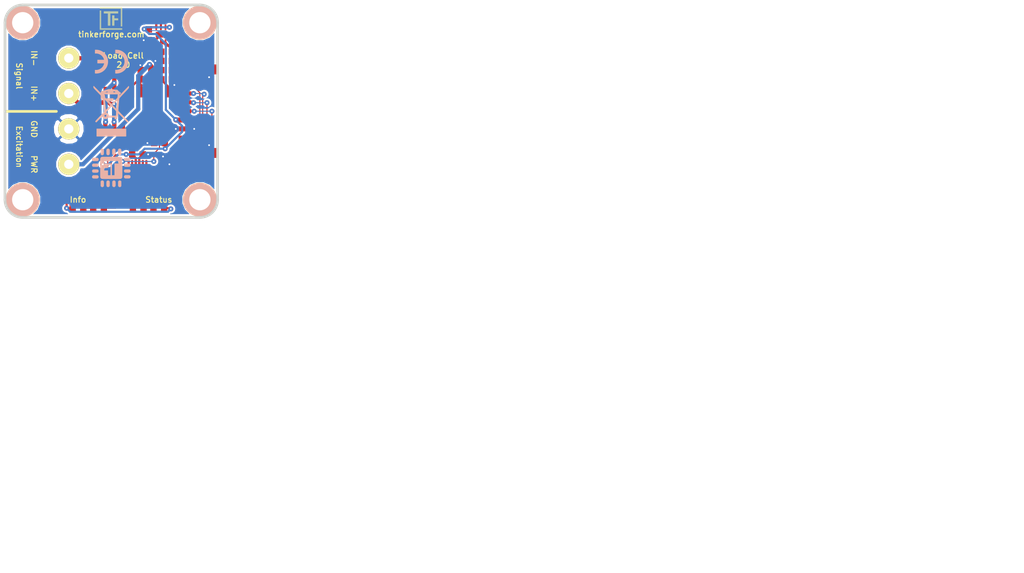
<source format=kicad_pcb>
(kicad_pcb (version 20221018) (generator pcbnew)
  (title_block (title "Load Cell Bricklet") (date "2018-01-11") (rev "2.0") (company "Tinkerforge GmbH") (comment 1 "Licensed under CERN OHL v.1.1") (comment 2 "Copyright (©) 2018, B.Nordmeyer <bastian@tinkerforge.com>"))
  (layers (0 "F.Cu" signal "Vorderseite") (31 "B.Cu" signal "Rückseite") (34 "B.Paste" user) (35 "F.Paste" user) (36 "B.SilkS" user "B.Silkscreen") (37 "F.SilkS" user "F.Silkscreen") (38 "B.Mask" user) (39 "F.Mask" user) (44 "Edge.Cuts" user))
  (net 0 "")
  (net 1 "AGND")
  (net 2 "3V3")
  (net 3 "Net-(P1-Pad6)")
  (net 4 "+5V")
  (net 5 "+5VA")
  (net 6 "Net-(P2-Pad2)")
  (net 7 "Net-(C1-Pad1)")
  (net 8 "Net-(D1-Pad2)")
  (net 9 "Net-(D2-Pad2)")
  (net 10 "Net-(L1-Pad2)")
  (net 11 "Net-(P1-Pad4)")
  (net 12 "Net-(P1-Pad5)")
  (net 13 "Net-(P3-Pad1)")
  (net 14 "Net-(P4-Pad1)")
  (net 15 "Net-(P4-Pad2)")
  (net 16 "Net-(R1-Pad1)")
  (net 17 "Net-(R2-Pad1)")
  (net 18 "S-MISO")
  (net 19 "S-MOSI")
  (net 20 "S-CLK")
  (net 21 "S-CS")
  (net 22 "PD_SCK")
  (net 23 "DOUT")
  (net 24 "RATE")
  (net 25 "Net-(RP2-Pad1)")
  (net 26 "Net-(RP2-Pad4)")
  (net 27 "Net-(P1-Pad1)")
  (net 28 "Net-(RP2-Pad2)")
  (net 29 "Net-(RP2-Pad3)")
  (net 30 "Net-(RP2-Pad6)")
  (net 31 "Net-(RP2-Pad7)")
  (net 32 "Net-(U1-Pad3)")
  (net 33 "Net-(U1-Pad5)")
  (net 34 "Net-(U1-Pad6)")
  (net 35 "Net-(U1-Pad7)")
  (net 36 "Net-(U1-Pad8)")
  (net 37 "Net-(U1-Pad11)")
  (net 38 "Net-(U1-Pad12)")
  (net 39 "Net-(U1-Pad13)")
  (net 40 "Net-(U1-Pad14)")
  (net 41 "Net-(U1-Pad15)")
  (net 42 "Net-(U1-Pad18)")
  (net 43 "Net-(U3-Pad2)")
  (net 44 "Net-(U3-Pad6)")
  (net 45 "Net-(U3-Pad13)")
  (footprint "kicad-libraries:Logo_31x31" (layer "F.Cu") (at 151.425 85.4)
    (fp_text reference "G***" hide)
    (fp_text value "Logo_31x31" hide)
  )
  (footprint "kicad-libraries:UMLP_22" (layer "F.Cu") (at 160.05 89.275 180)
    (fp_text reference "U2")
    (fp_text value "FAN4860")
    (pad "1" smd rect (at 0.65 -1.05 180) (size 0.25 0.8) (layers "F.Cu" "F.Paste" "F.Mask") (net 1 "AGND"))
    (pad "2" smd rect (at 0 -1.05 180) (size 0.25 0.8) (layers "F.Cu" "F.Paste" "F.Mask") (net 4 "+5V"))
    (pad "3" smd rect (at -0.65 -1.05 180) (size 0.25 0.8) (layers "F.Cu" "F.Paste" "F.Mask") (net 4 "+5V"))
    (pad "4" smd rect (at -0.65 1.05 180) (size 0.25 0.8) (layers "F.Cu" "F.Paste" "F.Mask") (net 2 "3V3"))
    (pad "5" smd rect (at 0 1.05 180) (size 0.25 0.8) (layers "F.Cu" "F.Paste" "F.Mask") (net 10 "Net-(L1-Pad2)"))
    (pad "6" smd rect (at 0.65 1.05 180) (size 0.25 0.8) (layers "F.Cu" "F.Paste" "F.Mask") (net 2 "3V3"))
    (pad "EP" smd rect (at 0 0 180) (size 1.45 0.8) (layers "F.Cu" "F.Paste" "F.Mask") (net 1 "AGND"))
  )
  (footprint "kicad-libraries:SOP16L" (layer "F.Cu") (at 156.65 100.075 180)
    (fp_text reference "U3")
    (fp_text value "HX711")
    (pad "1" smd rect (at -4.445 2.7 180) (size 0.5 1.5) (layers "F.Cu" "F.Paste" "F.Mask") (net 5 "+5VA") (clearance 0.14986))
    (pad "2" smd rect (at -3.175 2.7 180) (size 0.5 1.5) (layers "F.Cu" "F.Paste" "F.Mask") (net 43 "Net-(U3-Pad2)") (clearance 0.14986))
    (pad "3" smd rect (at -1.905 2.7 180) (size 0.5 1.5) (layers "F.Cu" "F.Paste" "F.Mask") (net 5 "+5VA") (clearance 0.14986))
    (pad "4" smd rect (at -0.635 2.7 180) (size 0.5 1.5) (layers "F.Cu" "F.Paste" "F.Mask") (net 1 "AGND") (clearance 0.14986))
    (pad "5" smd rect (at 0.635 2.7 180) (size 0.5 1.5) (layers "F.Cu" "F.Paste" "F.Mask") (net 1 "AGND") (clearance 0.14986))
    (pad "6" smd rect (at 1.905 2.7 180) (size 0.5 1.5) (layers "F.Cu" "F.Paste" "F.Mask") (net 44 "Net-(U3-Pad6)") (clearance 0.14986))
    (pad "7" smd rect (at 3.175 2.7 180) (size 0.5 1.5) (layers "F.Cu" "F.Paste" "F.Mask") (net 15 "Net-(P4-Pad2)"))
    (pad "8" smd rect (at 4.445 2.7 180) (size 0.5 1.5) (layers "F.Cu" "F.Paste" "F.Mask") (net 14 "Net-(P4-Pad1)"))
    (pad "9" smd rect (at 4.445 -2.7 180) (size 0.5 1.5) (layers "F.Cu" "F.Paste" "F.Mask") (net 15 "Net-(P4-Pad2)"))
    (pad "10" smd rect (at 3.175 -2.7 180) (size 0.5 1.5) (layers "F.Cu" "F.Paste" "F.Mask") (net 14 "Net-(P4-Pad1)"))
    (pad "11" smd rect (at 1.905 -2.7 180) (size 0.5 1.5) (layers "F.Cu" "F.Paste" "F.Mask") (net 26 "Net-(RP2-Pad4)"))
    (pad "12" smd rect (at 0.635 -2.7 180) (size 0.5 1.5) (layers "F.Cu" "F.Paste" "F.Mask") (net 25 "Net-(RP2-Pad1)"))
    (pad "13" smd rect (at -0.635 -2.7 180) (size 0.5 1.5) (layers "F.Cu" "F.Paste" "F.Mask") (net 45 "Net-(U3-Pad13)"))
    (pad "14" smd rect (at -1.905 -2.7 180) (size 0.5 1.5) (layers "F.Cu" "F.Paste" "F.Mask") (net 1 "AGND"))
    (pad "15" smd rect (at -3.175 -2.7 180) (size 0.5 1.5) (layers "F.Cu" "F.Paste" "F.Mask") (net 24 "RATE"))
    (pad "16" smd rect (at -4.445 -2.7 180) (size 0.5 1.5) (layers "F.Cu" "F.Paste" "F.Mask") (net 2 "3V3"))
  )
  (footprint "kicad-libraries:DRILL_NP" (layer "F.Cu") (at 165.55 112.575)
    (fp_text reference "U4" hide)
    (fp_text value "DRILL" hide)
    (pad "" np_thru_hole circle (at 0 0) (size 2.99974 2.99974) (drill 2.99974) (layers "*.Cu" "*.Mask" "F.SilkS") (clearance 0.89916))
  )
  (footprint "kicad-libraries:DRILL_NP" (layer "F.Cu") (at 140.55 112.575)
    (fp_text reference "U5" hide)
    (fp_text value "DRILL" hide)
    (pad "" np_thru_hole circle (at 0 0) (size 2.99974 2.99974) (drill 2.99974) (layers "*.Cu" "*.Mask" "F.SilkS") (clearance 0.89916))
  )
  (footprint "kicad-libraries:DRILL_NP" (layer "F.Cu") (at 140.55 87.575)
    (fp_text reference "U6" hide)
    (fp_text value "DRILL" hide)
    (pad "" np_thru_hole circle (at 0 0) (size 2.99974 2.99974) (drill 2.99974) (layers "*.Cu" "*.Mask" "F.SilkS") (clearance 0.89916))
  )
  (footprint "kicad-libraries:DRILL_NP" (layer "F.Cu") (at 165.55 87.575)
    (fp_text reference "U7" hide)
    (fp_text value "DRILL" hide)
    (pad "" np_thru_hole circle (at 0 0) (size 2.99974 2.99974) (drill 2.99974) (layers "*.Cu" "*.Mask" "F.SilkS") (clearance 0.89916))
  )
  (footprint "kicad-libraries:Fiducial_Mark" (layer "F.Cu") (at 145.55 86.575)
    (fp_text reference "Fiducial_Mark" hide)
    (fp_text value "VAL**" hide)
    (pad "1" smd circle (at 0 0) (size 1.00076 1.00076) (layers "F.Cu" "F.Paste" "F.Mask") (clearance 0.65024))
  )
  (footprint "kicad-libraries:Fiducial_Mark" (layer "F.Cu") (at 166.05 108.075)
    (fp_text reference "Fiducial_Mark" hide)
    (fp_text value "VAL**" hide)
    (pad "1" smd circle (at 0 0) (size 1.00076 1.00076) (layers "F.Cu" "F.Paste" "F.Mask") (clearance 0.65024))
  )
  (footprint "kicad-libraries:C0805" (layer "F.Cu") (at 159.75 86.675)
    (fp_text reference "L1")
    (fp_text value "1µH")
    (pad "1" smd rect (at -1.00076 0) (size 1.00076 1.24968) (layers "F.Cu" "F.Paste" "F.Mask") (net 2 "3V3") (clearance 0.14986))
    (pad "2" smd rect (at 1.00076 0) (size 1.00076 1.24968) (layers "F.Cu" "F.Paste" "F.Mask") (net 10 "Net-(L1-Pad2)") (clearance 0.14986))
  )
  (footprint "kicad-libraries:AKL_5_2" (layer "F.Cu") (at 147.05 95.075 90)
    (fp_text reference "P4")
    (fp_text value "AKL_5_2")
    (pad "1" thru_hole circle (at -2.49936 0 90) (size 2.99974 2.99974) (drill 1.30048) (layers "*.Cu" "*.Mask" "F.SilkS") (net 14 "Net-(P4-Pad1)"))
    (pad "2" thru_hole circle (at 2.49936 0 90) (size 2.99974 2.99974) (drill 1.30048) (layers "*.Cu" "*.Mask" "F.SilkS") (net 15 "Net-(P4-Pad2)"))
  )
  (footprint "kicad-libraries:AKL_5_2" (layer "F.Cu") (at 147.05 105.075 90)
    (fp_text reference "P5")
    (fp_text value "AKL_5_2")
    (pad "1" thru_hole circle (at -2.49936 0 90) (size 2.99974 2.99974) (drill 1.30048) (layers "*.Cu" "*.Mask" "F.SilkS") (net 5 "+5VA"))
    (pad "2" thru_hole circle (at 2.49936 0 90) (size 2.99974 2.99974) (drill 1.30048) (layers "*.Cu" "*.Mask" "F.SilkS") (net 1 "AGND"))
  )
  (footprint "kicad-libraries:4X0402" (layer "F.Cu") (at 163.25 107.975 180)
    (fp_text reference "RP1")
    (fp_text value "82")
    (pad "1" smd rect (at -0.7493 0.575) (size 0.29972 0.65) (layers "F.Cu" "F.Paste" "F.Mask") (net 11 "Net-(P1-Pad4)"))
    (pad "2" smd rect (at -0.24892 0.575) (size 0.29972 0.65) (layers "F.Cu" "F.Paste" "F.Mask") (net 12 "Net-(P1-Pad5)"))
    (pad "3" smd rect (at 0.24892 0.575) (size 0.29972 0.65) (layers "F.Cu" "F.Paste" "F.Mask") (net 3 "Net-(P1-Pad6)"))
    (pad "4" smd rect (at 0.7493 0.575) (size 0.29972 0.65) (layers "F.Cu" "F.Paste" "F.Mask") (net 7 "Net-(C1-Pad1)"))
    (pad "5" smd rect (at 0.7493 -0.575 180) (size 0.29972 0.65) (layers "F.Cu" "F.Paste" "F.Mask") (net 18 "S-MISO"))
    (pad "6" smd rect (at 0.24892 -0.575 180) (size 0.29972 0.65) (layers "F.Cu" "F.Paste" "F.Mask") (net 19 "S-MOSI"))
    (pad "7" smd rect (at -0.24892 -0.575 180) (size 0.29972 0.65) (layers "F.Cu" "F.Paste" "F.Mask") (net 20 "S-CLK"))
    (pad "8" smd rect (at -0.7493 -0.575 180) (size 0.29972 0.65) (layers "F.Cu" "F.Paste" "F.Mask") (net 21 "S-CS"))
  )
  (footprint "kicad-libraries:R0603F" (layer "F.Cu") (at 160.85 94.275)
    (fp_text reference "L2")
    (fp_text value "FB0603-2")
    (pad "1" smd rect (at -0.75 0) (size 0.9 0.9) (layers "F.Cu" "F.Paste" "F.Mask") (net 5 "+5VA"))
    (pad "2" smd rect (at 0.75 0) (size 0.9 0.9) (layers "F.Cu" "F.Paste" "F.Mask") (net 4 "+5V"))
  )
  (footprint "kicad-libraries:CON-SENSOR2" (layer "F.Cu") (at 168.05 100.075 90)
    (fp_text reference "P1")
    (fp_text value "CON-SENSOR")
    (pad "1" smd rect (at -3.75 -4.6 90) (size 0.6 1.8) (layers "F.Cu" "F.Paste" "F.Mask") (net 27 "Net-(P1-Pad1)"))
    (pad "2" smd rect (at -2.5 -4.6 90) (size 0.6 1.8) (layers "F.Cu" "F.Paste" "F.Mask") (net 1 "AGND"))
    (pad "3" smd rect (at -1.25 -4.6 90) (size 0.6 1.8) (layers "F.Cu" "F.Paste" "F.Mask") (net 2 "3V3"))
    (pad "4" smd rect (at 0 -4.6 90) (size 0.6 1.8) (layers "F.Cu" "F.Paste" "F.Mask") (net 11 "Net-(P1-Pad4)"))
    (pad "5" smd rect (at 1.25 -4.6 90) (size 0.6 1.8) (layers "F.Cu" "F.Paste" "F.Mask") (net 12 "Net-(P1-Pad5)"))
    (pad "6" smd rect (at 2.5 -4.6 90) (size 0.6 1.8) (layers "F.Cu" "F.Paste" "F.Mask") (net 3 "Net-(P1-Pad6)"))
    (pad "7" smd rect (at 3.75 -4.6 90) (size 0.6 1.8) (layers "F.Cu" "F.Paste" "F.Mask") (net 7 "Net-(C1-Pad1)"))
    (pad "EP" smd rect (at -5.9 -1.2 90) (size 1.4 2.4) (layers "F.Cu" "F.Paste" "F.Mask") (net 1 "AGND"))
    (pad "EP" smd rect (at 5.9 -1.2 90) (size 1.4 2.4) (layers "F.Cu" "F.Paste" "F.Mask") (net 1 "AGND"))
  )
  (footprint "kicad-libraries:SolderJumper" (layer "F.Cu") (at 160.75 108.675 180)
    (fp_text reference "P2")
    (fp_text value "Boot")
    (pad "1" smd rect (at -0.5 0 180) (size 0.4 1.4) (layers "F.Cu" "F.Mask") (net 1 "AGND"))
    (pad "1" smd rect (at -0.225 -0.55 180) (size 0.95 0.3) (layers "F.Cu" "F.Mask") (net 1 "AGND"))
    (pad "1" smd rect (at -0.225 0.55 180) (size 0.95 0.3) (layers "F.Cu" "F.Mask") (net 1 "AGND"))
    (pad "2" smd rect (at 0.15 0 180) (size 0.6 0.5) (layers "F.Cu" "F.Mask") (net 6 "Net-(P2-Pad2)"))
    (pad "2" smd rect (at 0.55 0 180) (size 0.3 1.4) (layers "F.Cu" "F.Mask") (net 6 "Net-(P2-Pad2)"))
  )
  (footprint "kicad-libraries:DEBUG_PAD" (layer "F.Cu") (at 160.45 110.075 90)
    (fp_text reference "P3")
    (fp_text value "Debug")
    (pad "1" smd circle (at 0 0 90) (size 0.7 0.7) (layers "F.Cu" "F.Paste" "F.Mask") (net 13 "Net-(P3-Pad1)"))
  )
  (footprint "kicad-libraries:QFN24-4x4mm-0.5mm" (layer "F.Cu") (at 156.75 109.475 180)
    (fp_text reference "U1")
    (fp_text value "XMC1100")
    (pad "1" smd oval (at -2.025 -1.25 180) (size 1 0.3) (layers "F.Cu" "F.Paste" "F.Mask") (net 18 "S-MISO"))
    (pad "2" smd oval (at -2.025 -0.75 180) (size 1 0.3) (layers "F.Cu" "F.Paste" "F.Mask") (net 13 "Net-(P3-Pad1)"))
    (pad "3" smd oval (at -2.025 -0.25 180) (size 1 0.3) (layers "F.Cu" "F.Paste" "F.Mask") (net 32 "Net-(U1-Pad3)"))
    (pad "4" smd oval (at -2.025 0.25 180) (size 1 0.3) (layers "F.Cu" "F.Paste" "F.Mask") (net 6 "Net-(P2-Pad2)"))
    (pad "5" smd oval (at -2.025 0.75 180) (size 1 0.3) (layers "F.Cu" "F.Paste" "F.Mask") (net 33 "Net-(U1-Pad5)"))
    (pad "6" smd oval (at -2.025 1.25 180) (size 1 0.3) (layers "F.Cu" "F.Paste" "F.Mask") (net 34 "Net-(U1-Pad6)"))
    (pad "7" smd oval (at -1.25 2.025 270) (size 1 0.3) (layers "F.Cu" "F.Paste" "F.Mask") (net 35 "Net-(U1-Pad7)"))
    (pad "8" smd oval (at -0.75 2.025 270) (size 1 0.3) (layers "F.Cu" "F.Paste" "F.Mask") (net 36 "Net-(U1-Pad8)"))
    (pad "9" smd oval (at -0.25 2.025 270) (size 1 0.3) (layers "F.Cu" "F.Paste" "F.Mask") (net 1 "AGND"))
    (pad "10" smd oval (at 0.25 2.025 270) (size 1 0.3) (layers "F.Cu" "F.Paste" "F.Mask") (net 2 "3V3"))
    (pad "11" smd oval (at 0.75 2.025 270) (size 1 0.3) (layers "F.Cu" "F.Paste" "F.Mask") (net 37 "Net-(U1-Pad11)"))
    (pad "12" smd oval (at 1.25 2.025 270) (size 1 0.3) (layers "F.Cu" "F.Paste" "F.Mask") (net 38 "Net-(U1-Pad12)"))
    (pad "13" smd oval (at 2.025 1.25 180) (size 1 0.3) (layers "F.Cu" "F.Paste" "F.Mask") (net 39 "Net-(U1-Pad13)"))
    (pad "14" smd oval (at 2.025 0.75 180) (size 1 0.3) (layers "F.Cu" "F.Paste" "F.Mask") (net 40 "Net-(U1-Pad14)"))
    (pad "15" smd oval (at 2.025 0.25 180) (size 1 0.3) (layers "F.Cu" "F.Paste" "F.Mask") (net 41 "Net-(U1-Pad15)"))
    (pad "16" smd oval (at 2.025 -0.25 180) (size 1 0.3) (layers "F.Cu" "F.Paste" "F.Mask") (net 24 "RATE"))
    (pad "17" smd oval (at 2.025 -0.75 180) (size 1 0.3) (layers "F.Cu" "F.Paste" "F.Mask") (net 23 "DOUT"))
    (pad "18" smd oval (at 2.025 -1.25 180) (size 1 0.3) (layers "F.Cu" "F.Paste" "F.Mask") (net 42 "Net-(U1-Pad18)"))
    (pad "19" smd oval (at 1.25 -2.025 270) (size 1 0.3) (layers "F.Cu" "F.Paste" "F.Mask") (net 22 "PD_SCK"))
    (pad "20" smd oval (at 0.75 -2.025 270) (size 1 0.3) (layers "F.Cu" "F.Paste" "F.Mask") (net 16 "Net-(R1-Pad1)"))
    (pad "21" smd oval (at 0.25 -2.025 270) (size 1 0.3) (layers "F.Cu" "F.Paste" "F.Mask") (net 17 "Net-(R2-Pad1)"))
    (pad "22" smd oval (at -0.25 -2.025 270) (size 1 0.3) (layers "F.Cu" "F.Paste" "F.Mask") (net 21 "S-CS"))
    (pad "23" smd oval (at -0.75 -2.025 270) (size 1 0.3) (layers "F.Cu" "F.Paste" "F.Mask") (net 20 "S-CLK"))
    (pad "24" smd oval (at -1.25 -2.025 270) (size 1 0.3) (layers "F.Cu" "F.Paste" "F.Mask") (net 19 "S-MOSI"))
    (pad "EXP" smd rect (at -0.65 -0.65 180) (size 1.3 1.3) (layers "F.Cu" "F.Paste" "F.Mask") (net 1 "AGND"))
    (pad "EXP" smd rect (at -0.65 0.65 180) (size 1.3 1.3) (layers "F.Cu" "F.Paste" "F.Mask") (net 1 "AGND"))
    (pad "EXP" smd rect (at 0.65 -0.65 180) (size 1.3 1.3) (layers "F.Cu" "F.Paste" "F.Mask") (net 1 "AGND"))
    (pad "EXP" smd rect (at 0.65 0.65 180) (size 1.3 1.3) (layers "F.Cu" "F.Paste" "F.Mask") (net 1 "AGND"))
  )
  (footprint "kicad-libraries:Fiducial_Mark" (layer "F.Cu") (at 145.15 113.375)
    (fp_text reference "Fiducial_Mark" hide)
    (fp_text value "VAL**" hide)
    (pad "1" smd circle (at 0 0) (size 1.00076 1.00076) (layers "F.Cu" "F.Paste" "F.Mask") (clearance 0.65024))
  )
  (footprint "kicad-libraries:4X0402" (layer "F.Cu") (at 153.45 105.475 135)
    (fp_text reference "RP2")
    (fp_text value "82")
    (pad "1" smd rect (at -0.749301 0.575 315) (size 0.29972 0.65) (layers "F.Cu" "F.Paste" "F.Mask") (net 25 "Net-(RP2-Pad1)"))
    (pad "2" smd rect (at -0.24892 0.574999 315) (size 0.29972 0.65) (layers "F.Cu" "F.Paste" "F.Mask") (net 28 "Net-(RP2-Pad2)"))
    (pad "3" smd rect (at 0.24892 0.574999 315) (size 0.29972 0.65) (layers "F.Cu" "F.Paste" "F.Mask") (net 29 "Net-(RP2-Pad3)"))
    (pad "4" smd rect (at 0.749301 0.575 315) (size 0.29972 0.65) (layers "F.Cu" "F.Paste" "F.Mask") (net 26 "Net-(RP2-Pad4)"))
    (pad "5" smd rect (at 0.749301 -0.575 135) (size 0.29972 0.65) (layers "F.Cu" "F.Paste" "F.Mask") (net 22 "PD_SCK"))
    (pad "6" smd rect (at 0.24892 -0.574999 135) (size 0.29972 0.65) (layers "F.Cu" "F.Paste" "F.Mask") (net 30 "Net-(RP2-Pad6)"))
    (pad "7" smd rect (at -0.24892 -0.574999 135) (size 0.29972 0.65) (layers "F.Cu" "F.Paste" "F.Mask") (net 31 "Net-(RP2-Pad7)"))
    (pad "8" smd rect (at -0.749301 -0.575 135) (size 0.29972 0.65) (layers "F.Cu" "F.Paste" "F.Mask") (net 23 "DOUT"))
  )
  (footprint "kicad-libraries:C0402F" (layer "F.Cu") (at 161.65 106.475 180)
    (fp_text reference "C1")
    (fp_text value "220pF")
    (pad "1" smd rect (at -0.5 0 180) (size 0.6 0.7) (layers "F.Cu" "F.Paste" "F.Mask") (net 7 "Net-(C1-Pad1)"))
    (pad "2" smd rect (at 0.5 0 180) (size 0.6 0.7) (layers "F.Cu" "F.Paste" "F.Mask") (net 1 "AGND"))
  )
  (footprint "kicad-libraries:C0603F" (layer "F.Cu") (at 156.75 106.175)
    (fp_text reference "C2")
    (fp_text value "100nF")
    (pad "1" smd rect (at -0.75 0) (size 0.9 0.9) (layers "F.Cu" "F.Paste" "F.Mask") (net 2 "3V3"))
    (pad "2" smd rect (at 0.75 0) (size 0.9 0.9) (layers "F.Cu" "F.Paste" "F.Mask") (net 1 "AGND"))
  )
  (footprint "kicad-libraries:C0603F" (layer "F.Cu") (at 158.35 89.275 90)
    (fp_text reference "C3")
    (fp_text value "2.2µF")
    (pad "1" smd rect (at -0.75 0 90) (size 0.9 0.9) (layers "F.Cu" "F.Paste" "F.Mask") (net 1 "AGND"))
    (pad "2" smd rect (at 0.75 0 90) (size 0.9 0.9) (layers "F.Cu" "F.Paste" "F.Mask") (net 2 "3V3"))
  )
  (footprint "kicad-libraries:C0603F" (layer "F.Cu") (at 160.85 91.675)
    (fp_text reference "C4")
    (fp_text value "4.7µF")
    (pad "1" smd rect (at -0.75 0) (size 0.9 0.9) (layers "F.Cu" "F.Paste" "F.Mask") (net 1 "AGND"))
    (pad "2" smd rect (at 0.75 0) (size 0.9 0.9) (layers "F.Cu" "F.Paste" "F.Mask") (net 4 "+5V"))
  )
  (footprint "kicad-libraries:C0603F" (layer "F.Cu") (at 160.85 92.975 180)
    (fp_text reference "C5")
    (fp_text value "100nF")
    (pad "1" smd rect (at -0.75 0 180) (size 0.9 0.9) (layers "F.Cu" "F.Paste" "F.Mask") (net 4 "+5V"))
    (pad "2" smd rect (at 0.75 0 180) (size 0.9 0.9) (layers "F.Cu" "F.Paste" "F.Mask") (net 1 "AGND"))
  )
  (footprint "kicad-libraries:C0603F" (layer "F.Cu") (at 160.85 95.575 180)
    (fp_text reference "C6")
    (fp_text value "100nF")
    (pad "1" smd rect (at -0.75 0 180) (size 0.9 0.9) (layers "F.Cu" "F.Paste" "F.Mask") (net 1 "AGND"))
    (pad "2" smd rect (at 0.75 0 180) (size 0.9 0.9) (layers "F.Cu" "F.Paste" "F.Mask") (net 5 "+5VA"))
  )
  (footprint "kicad-libraries:C0603F" (layer "F.Cu") (at 159.85 104.575)
    (fp_text reference "C7")
    (fp_text value "100nF")
    (pad "1" smd rect (at -0.75 0) (size 0.9 0.9) (layers "F.Cu" "F.Paste" "F.Mask") (net 1 "AGND"))
    (pad "2" smd rect (at 0.75 0) (size 0.9 0.9) (layers "F.Cu" "F.Paste" "F.Mask") (net 2 "3V3"))
  )
  (footprint "kicad-libraries:C0603F" (layer "F.Cu") (at 157.95 95.575 180)
    (fp_text reference "C8")
    (fp_text value "100nF")
    (pad "1" smd rect (at -0.75 0 180) (size 0.9 0.9) (layers "F.Cu" "F.Paste" "F.Mask") (net 5 "+5VA"))
    (pad "2" smd rect (at 0.75 0 180) (size 0.9 0.9) (layers "F.Cu" "F.Paste" "F.Mask") (net 1 "AGND"))
  )
  (footprint "kicad-libraries:C0603F" (layer "F.Cu") (at 157.95 94.275 180)
    (fp_text reference "C9")
    (fp_text value "1µF")
    (pad "1" smd rect (at -0.75 0 180) (size 0.9 0.9) (layers "F.Cu" "F.Paste" "F.Mask") (net 5 "+5VA"))
    (pad "2" smd rect (at 0.75 0 180) (size 0.9 0.9) (layers "F.Cu" "F.Paste" "F.Mask") (net 1 "AGND"))
  )
  (footprint "kicad-libraries:D0603F" (layer "F.Cu") (at 148.35 113.775)
    (fp_text reference "D1")
    (fp_text value "green")
    (pad "1" smd rect (at -0.75 0) (size 0.9 0.9) (layers "F.Cu" "F.Paste" "F.Mask") (net 2 "3V3"))
    (pad "2" smd rect (at 0.75 0) (size 0.9 0.9) (layers "F.Cu" "F.Paste" "F.Mask") (net 8 "Net-(D1-Pad2)"))
  )
  (footprint "kicad-libraries:D0603F" (layer "F.Cu") (at 159.75 113.775 180)
    (fp_text reference "D2")
    (fp_text value "blue")
    (pad "1" smd rect (at -0.75 0 180) (size 0.9 0.9) (layers "F.Cu" "F.Paste" "F.Mask") (net 2 "3V3"))
    (pad "2" smd rect (at 0.75 0 180) (size 0.9 0.9) (layers "F.Cu" "F.Paste" "F.Mask") (net 9 "Net-(D2-Pad2)"))
  )
  (footprint "kicad-libraries:R0603F" (layer "F.Cu") (at 151.25 113.775 180)
    (fp_text reference "R1")
    (fp_text value "1k")
    (pad "1" smd rect (at -0.75 0 180) (size 0.9 0.9) (layers "F.Cu" "F.Paste" "F.Mask") (net 16 "Net-(R1-Pad1)"))
    (pad "2" smd rect (at 0.75 0 180) (size 0.9 0.9) (layers "F.Cu" "F.Paste" "F.Mask") (net 8 "Net-(D1-Pad2)"))
  )
  (footprint "kicad-libraries:R0603F" (layer "F.Cu") (at 156.85 113.775)
    (fp_text reference "R2")
    (fp_text value "1k")
    (pad "1" smd rect (at -0.75 0) (size 0.9 0.9) (layers "F.Cu" "F.Paste" "F.Mask") (net 17 "Net-(R2-Pad1)"))
    (pad "2" smd rect (at 0.75 0) (size 0.9 0.9) (layers "F.Cu" "F.Paste" "F.Mask") (net 9 "Net-(D2-Pad2)"))
  )
  (footprint "kicad-libraries:CE_5mm" (layer "B.Cu") (at 153.05 93.075 180)
    (fp_text reference "VAL" hide)
    (fp_text value "CE_5mm" hide)
  )
  (footprint "kicad-libraries:WEEE_7mm" (layer "B.Cu") (at 153.05 100.075 180)
    (fp_text reference "G***" hide)
    (fp_text value "LOGO" hide)
  )
  (footprint "kicad-libraries:Logo_CoMCU" (layer "B.Cu") (at 153.05 108.075 180)
    (fp_text reference "G***" hide)
    (fp_text value "LOGO" hide)
  )
  (gr_line (start 145.3 100.1) (end 138.05 100.1) (stroke (width 0.381)) (layer "F.SilkS"))
  (gr_line (start 140.55 115.075) (end 165.55 115.075) (stroke (width 0.381)) (layer "Edge.Cuts"))
  (gr_line (start 138.05 87.575) (end 138.05 112.575) (stroke (width 0.381)) (layer "Edge.Cuts"))
  (gr_arc (start 140.55 115.075) (mid 138.782233 114.342767) (end 138.05 112.575) (stroke (width 0.381)) (layer "Edge.Cuts"))
  (gr_line (start 168.05 112.575) (end 168.05 87.575) (stroke (width 0.381)) (layer "Edge.Cuts"))
  (gr_arc (start 168.05 112.575) (mid 167.317767 114.342767) (end 165.55 115.075) (stroke (width 0.381)) (layer "Edge.Cuts"))
  (gr_arc (start 165.55 85.075) (mid 167.317767 85.807233) (end 168.05 87.575) (stroke (width 0.381)) (layer "Edge.Cuts"))
  (gr_line (start 165.55 85.075) (end 140.55 85.075) (stroke (width 0.381)) (layer "Edge.Cuts"))
  (gr_arc (start 138.05 87.575) (mid 138.782233 85.807233) (end 140.55 85.075) (stroke (width 0.381)) (layer "Edge.Cuts"))
  (gr_text "Signal" (at 140.05 95.1 270) (layer "F.SilkS") (effects (font (size 0.8 0.8))))
  (gr_text "PWR" (at 142.15 107.575 270) (layer "F.SilkS") (effects (font (size 0.8001 0.8001) (thickness 0.14986))))
  (gr_text "Status" (at 159.75 112.575) (layer "F.SilkS") (effects (font (size 0.8001 0.8001) (thickness 0.14986))))
  (gr_text "Excitation" (at 140.05 105.1 270) (layer "F.SilkS") (effects (font (size 0.8 0.8))))
  (gr_text "Load Cell\n2.0" (at 154.75 92.875) (layer "F.SilkS") (effects (font (size 0.8 0.8))))
  (gr_text "GND" (at 142.15 102.6 270) (layer "F.SilkS") (effects (font (size 0.8001 0.8001) (thickness 0.14986))))
  (gr_text "tinkerforge.com" (at 153.05 89.225) (layer "F.SilkS") (effects (font (size 0.8001 0.8001) (thickness 0.14986))))
  (gr_text "IN+" (at 142.15 97.6 270) (layer "F.SilkS") (effects (font (size 0.8001 0.8001) (thickness 0.14986))))
  (gr_text "IN-" (at 142.15 92.6 270) (layer "F.SilkS") (effects (font (size 0.8001 0.8001) (thickness 0.14986))))
  (gr_text "Info" (at 148.35 112.575) (layer "F.SilkS") (effects (font (size 0.8001 0.8001) (thickness 0.14986))))
  (segment (start 157.285 96.41) (end 157.1499 96.2749) (width 0.29972) (layer "F.Cu") (net 1))
  (segment (start 157.1499 96.2749) (end 157.1499 95.575) (width 0.29972) (layer "F.Cu") (net 1))
  (segment (start 156.015 96.51) (end 156.95 95.575) (width 0.29972) (layer "F.Cu") (net 1))
  (segment (start 156.95 95.575) (end 157.1499 95.575) (width 0.29972) (layer "F.Cu") (net 1))
  (segment (start 157.1499 93.5751) (end 157.15 93.575) (width 0.59944) (layer "F.Cu") (net 1))
  (segment (start 158.555 104.0801) (end 159.0499 104.575) (width 0.59944) (layer "F.Cu") (net 1))
  (segment (start 161.6501 96.0751) (end 161.95 96.375) (width 0.59944) (layer "F.Cu") (net 1))
  (segment (start 160.0499 91.5999) (end 159.4 90.95) (width 0.29972) (layer "F.Cu") (net 1))
  (segment (start 159.4 90.95) (end 159.4 90.325) (width 0.29972) (layer "F.Cu") (net 1))
  (segment (start 159.1251 90.0501) (end 159.4 90.325) (width 0.29972) (layer "F.Cu") (net 1))
  (segment (start 159.4 89.925) (end 160.05 89.275) (width 0.29972) (layer "F.Cu") (net 1))
  (segment (start 157.625 90.05) (end 157.6251 90.0501) (width 0.29972) (layer "F.Cu") (net 1))
  (segment (start 157.6251 90.0501) (end 158.375 90.0501) (width 0.29972) (layer "F.Cu") (net 1))
  (segment (start 157 106.675) (end 157.5 106.175) (width 0.29972) (layer "F.Cu") (net 1))
  (segment (start 157 108.425) (end 157.4 108.825) (width 0.29972) (layer "F.Cu") (net 1))
  (segment (start 161.2 108.125) (end 161.25 108.175) (width 0.14986) (layer "F.Cu") (net 1))
  (segment (start 161.25 108.175) (end 161.25 108.675) (width 0.14986) (layer "F.Cu") (net 1))
  (segment (start 161.25 109.175) (end 160.95 109.175) (width 0.14986) (layer "F.Cu") (net 1))
  (segment (start 160.95 109.175) (end 160.975 109.225) (width 0.14986) (layer "F.Cu") (net 1))
  (segment (start 157.5 106.175) (end 158.25 106.175) (width 0.29972) (layer "F.Cu") (net 1))
  (segment (start 163.45 102.575) (end 164.75 102.575) (width 0.7) (layer "F.Cu") (net 1))
  (segment (start 166.85 105.975) (end 166.85 104.875) (width 0.59944) (layer "F.Cu") (net 1))
  (segment (start 157.4 108.825) (end 157.4 110.125) (width 0.29972) (layer "F.Cu") (net 1))
  (segment (start 156.015 97.375) (end 156.015 96.51) (width 0.29972) (layer "F.Cu") (net 1))
  (segment (start 160.0499 92.975) (end 159.275 92.975) (width 0.7) (layer "F.Cu") (net 1))
  (segment (start 163.45 102.575) (end 162.15 102.575) (width 0.7) (layer "F.Cu") (net 1))
  (segment (start 161.25 108.675) (end 161.25 107.575) (width 0.29972) (layer "F.Cu") (net 1))
  (segment (start 160.0499 91.675) (end 160.0499 92.975) (width 0.7) (layer "F.Cu") (net 1))
  (segment (start 161.25 108.675) (end 161.25 109.175) (width 0.14986) (layer "F.Cu") (net 1))
  (segment (start 166.85 94.175) (end 166.85 95.275) (width 0.59944) (layer "F.Cu") (net 1))
  (segment (start 159.1 104.575) (end 158.15 104.575) (width 0.29972) (layer "F.Cu") (net 1))
  (segment (start 160.0499 91.675) (end 160.0499 91.5999) (width 0.29972) (layer "F.Cu") (net 1))
  (segment (start 157.1499 95.575) (end 157.1499 94.275) (width 0.59944) (layer "F.Cu") (net 1))
  (segment (start 161.6501 96.0751) (end 161.6501 95.575) (width 0.59944) (layer "F.Cu") (net 1))
  (segment (start 158.555 102.775) (end 158.555 104.0801) (width 0.59944) (layer "F.Cu") (net 1))
  (segment (start 158.375 90.0501) (end 159.1251 90.0501) (width 0.29972) (layer "F.Cu") (net 1))
  (segment (start 157 107.45) (end 157 108.425) (width 0.29972) (layer "F.Cu") (net 1))
  (segment (start 159.4 90.325) (end 159.4 89.925) (width 0.29972) (layer "F.Cu") (net 1))
  (segment (start 157 107.45) (end 157 106.675) (width 0.29972) (layer "F.Cu") (net 1))
  (segment (start 157.285 97.375) (end 157.285 96.41) (width 0.29972) (layer "F.Cu") (net 1))
  (segment (start 161 106.475) (end 160.35 106.475) (width 0.59944) (layer "F.Cu") (net 1))
  (segment (start 156.1 110.125) (end 156.1 108.825) (width 0.29972) (layer "F.Cu") (net 1))
  (segment (start 157.4 110.125) (end 156.1 110.125) (width 0.29972) (layer "F.Cu") (net 1))
  (segment (start 157.1499 93.5751) (end 157.1499 94.275) (width 0.59944) (layer "F.Cu") (net 1))
  (segment (start 160.975 108.125) (end 161.2 108.125) (width 0.14986) (layer "F.Cu") (net 1))
  (via (at 162.15 102.575) (size 0.70104) (drill 0.24892) (layers "F.Cu" "B.Cu") (net 1))
  (via (at 161.95 96.375) (size 0.70104) (drill 0.24892) (layers "F.Cu" "B.Cu") (net 1))
  (via (at 157.15 93.575) (size 0.70104) (drill 0.24892) (layers "F.Cu" "B.Cu") (net 1))
  (via (at 166.85 95.275) (size 0.70104) (drill 0.24892) (layers "F.Cu" "B.Cu") (net 1))
  (via (at 158.15 104.575) (size 0.70104) (drill 0.24892) (layers "F.Cu" "B.Cu") (net 1))
  (via (at 157.625 90.05) (size 0.70104) (drill 0.24892) (layers "F.Cu" "B.Cu") (net 1))
  (via (at 159.275 92.975) (size 0.70104) (drill 0.24892) (layers "F.Cu" "B.Cu") (net 1))
  (via (at 164.75 102.575) (size 0.70104) (drill 0.24892) (layers "F.Cu" "B.Cu") (net 1))
  (via (at 161.25 107.575) (size 0.70104) (drill 0.24892) (layers "F.Cu" "B.Cu") (net 1))
  (via (at 158.25 106.175) (size 0.70104) (drill 0.24892) (layers "F.Cu" "B.Cu") (net 1))
  (via (at 166.85 104.875) (size 0.70104) (drill 0.24892) (layers "F.Cu" "B.Cu") (net 1))
  (via (at 160.35 106.475) (size 0.70104) (drill 0.24892) (layers "F.Cu" "B.Cu") (net 1))
  (segment (start 161.95 87.6) (end 161.375 87.025) (width 0.29972) (layer "B.Cu") (net 1))
  (segment (start 161.375 87.025) (end 157.75 87.025) (width 0.29972) (layer "B.Cu") (net 1))
  (segment (start 157.75 87.025) (end 156.85 87.925) (width 0.29972) (layer "B.Cu") (net 1))
  (segment (start 156.85 87.925) (end 156.85 89.275) (width 0.29972) (layer "B.Cu") (net 1))
  (segment (start 156.85 89.275) (end 157.625 90.05) (width 0.29972) (layer "B.Cu") (net 1))
  (segment (start 158.95 92.975) (end 158.6125 92.6375) (width 0.29972) (layer "B.Cu") (net 1))
  (segment (start 157.625 91.65) (end 157.625 90.05) (width 0.29972) (layer "B.Cu") (net 1))
  (segment (start 158.6125 92.6375) (end 157.625 91.65) (width 0.29972) (layer "B.Cu") (net 1))
  (segment (start 161.95 96.375) (end 161.95 87.6) (width 0.29972) (layer "B.Cu") (net 1))
  (segment (start 159.275 92.975) (end 158.95 92.975) (width 0.29972) (layer "B.Cu") (net 1))
  (segment (start 161.095 104.1301) (end 160.6501 104.575) (width 0.29972) (layer "F.Cu") (net 2))
  (segment (start 158.5999 88.225) (end 158.375 88.4499) (width 0.29972) (layer "F.Cu") (net 2))
  (segment (start 157.7251 88.4499) (end 157.7 88.475) (width 0.29972) (layer "F.Cu") (net 2))
  (segment (start 159.4 87.35076) (end 158.72424 86.675) (width 0.29972) (layer "F.Cu") (net 2))
  (segment (start 156.5 106.675) (end 156 106.175) (width 0.29972) (layer "F.Cu") (net 2))
  (segment (start 160.6 105.325) (end 160.65 105.375) (width 0.29972) (layer "F.Cu") (net 2))
  (segment (start 155.15 106.175) (end 156 106.175) (width 0.29972) (layer "F.Cu") (net 2))
  (segment (start 162.2 101.325) (end 162.15 101.275) (width 0.7) (layer "F.Cu") (net 2))
  (segment (start 161.45 113.875) (end 161.35 113.775) (width 0.29972) (layer "F.Cu") (net 2))
  (segment (start 161.35 113.775) (end 160.5 113.775) (width 0.29972) (layer "F.Cu") (net 2))
  (segment (start 146.75 112.775) (end 147.65 111.875) (width 0.29972) (layer "F.Cu") (net 2))
  (segment (start 147.65 111.875) (end 150.15 111.875) (width 0.29972) (layer "F.Cu") (net 2))
  (segment (start 150.15 111.875) (end 151.85 110.175) (width 0.29972) (layer "F.Cu") (net 2))
  (segment (start 151.85 110.175) (end 151.85 107.575) (width 0.29972) (layer "F.Cu") (net 2))
  (segment (start 161.25 88.225) (end 160.7 88.225) (width 0.29972) (layer "F.Cu") (net 2))
  (segment (start 163.45 101.325) (end 162.2 101.325) (width 0.7) (layer "F.Cu") (net 2))
  (segment (start 146.75 113.775) (end 146.75 112.775) (width 0.29972) (layer "F.Cu") (net 2))
  (segment (start 159.4 88.225) (end 159.4 87.35076) (width 0.29972) (layer "F.Cu") (net 2))
  (segment (start 147.6 113.775) (end 146.75 113.775) (width 0.29972) (layer "F.Cu") (net 2))
  (segment (start 159.4 88.225) (end 158.5999 88.225) (width 0.29972) (layer "F.Cu") (net 2))
  (segment (start 158.375 88.4499) (end 157.7251 88.4499) (width 0.29972) (layer "F.Cu") (net 2))
  (segment (start 160.6 104.575) (end 160.6 105.325) (width 0.29972) (layer "F.Cu") (net 2))
  (segment (start 161.095 102.775) (end 161.095 104.1301) (width 0.29972) (layer "F.Cu") (net 2))
  (segment (start 156.5 107.45) (end 156.5 106.675) (width 0.29972) (layer "F.Cu") (net 2))
  (via (at 146.75 113.775) (size 0.70104) (drill 0.24892) (layers "F.Cu" "B.Cu") (net 2))
  (via (at 161.25 88.225) (size 0.70104) (drill 0.24892) (layers "F.Cu" "B.Cu") (net 2))
  (via (at 162.15 101.275) (size 0.70104) (drill 0.24892) (layers "F.Cu" "B.Cu") (net 2))
  (via (at 151.85 107.575) (size 0.70104) (drill 0.24892) (layers "F.Cu" "B.Cu") (net 2))
  (via (at 160.65 105.375) (size 0.70104) (drill 0.24892) (layers "F.Cu" "B.Cu") (net 2))
  (via (at 161.45 113.875) (size 0.70104) (drill 0.24892) (layers "F.Cu" "B.Cu") (net 2))
  (via (at 157.7 88.475) (size 0.70104) (drill 0.24892) (layers "F.Cu" "B.Cu") (net 2))
  (via (at 155.15 106.175) (size 0.70104) (drill 0.24892) (layers "F.Cu" "B.Cu") (net 2))
  (segment (start 157.95 88.225) (end 157.7 88.475) (width 0.29972) (layer "B.Cu") (net 2))
  (segment (start 160.65 105.375) (end 157.75 105.375) (width 0.29972) (layer "B.Cu") (net 2))
  (segment (start 157.75 105.375) (end 156.95 106.175) (width 0.29972) (layer "B.Cu") (net 2))
  (segment (start 156.95 106.175) (end 155.15 106.175) (width 0.29972) (layer "B.Cu") (net 2))
  (segment (start 160.75 99.875) (end 160.75 90.575) (width 0.29972) (layer "B.Cu") (net 2))
  (segment (start 159.35 89.175) (end 158.4 89.175) (width 0.29972) (layer "B.Cu") (net 2))
  (segment (start 158.4 89.175) (end 157.7 88.475) (width 0.29972) (layer "B.Cu") (net 2))
  (segment (start 163.05 102.975) (end 163.05 102.175) (width 0.29972) (layer "B.Cu") (net 2))
  (segment (start 163.05 102.175) (end 162.15 101.275) (width 0.29972) (layer "B.Cu") (net 2))
  (segment (start 146.75 113.775) (end 147.25 114.275) (width 0.29972) (layer "B.Cu") (net 2))
  (segment (start 147.25 114.275) (end 161.05 114.275) (width 0.29972) (layer "B.Cu") (net 2))
  (segment (start 161.05 114.275) (end 161.45 113.875) (width 0.29972) (layer "B.Cu") (net 2))
  (segment (start 151.85 107.575) (end 152.65 107.575) (width 0.29972) (layer "B.Cu") (net 2))
  (segment (start 152.65 107.575) (end 154.05 106.175) (width 0.29972) (layer "B.Cu") (net 2))
  (segment (start 154.05 106.175) (end 155.15 106.175) (width 0.29972) (layer "B.Cu") (net 2))
  (segment (start 162.15 101.275) (end 160.75 99.875) (width 0.29972) (layer "B.Cu") (net 2))
  (segment (start 161.25 88.225) (end 157.95 88.225) (width 0.29972) (layer "B.Cu") (net 2))
  (segment (start 160.75 90.575) (end 159.35 89.175) (width 0.29972) (layer "B.Cu") (net 2))
  (segment (start 160.65 105.375) (end 163.05 102.975) (width 0.29972) (layer "B.Cu") (net 2))
  (segment (start 163.00108 105.82392) (end 164.05 104.775) (width 0.14986) (layer "F.Cu") (net 3))
  (segment (start 164.05 104.775) (end 164.65 104.775) (width 0.14986) (layer "F.Cu") (net 3))
  (segment (start 164.65 104.775) (end 165.95 103.475) (width 0.14986) (layer "F.Cu") (net 3))
  (segment (start 165.95 103.475) (end 165.95 97.875) (width 0.14986) (layer "F.Cu") (net 3))
  (segment (start 165.95 97.875) (end 166.15 97.675) (width 0.14986) (layer "F.Cu") (net 3))
  (segment (start 164.65 97.575) (end 163.45 97.575) (width 0.14986) (layer "F.Cu") (net 3))
  (segment (start 163.00108 107.4) (end 163.00108 105.82392) (width 0.14986) (layer "F.Cu") (net 3))
  (via (at 166.15 97.675) (size 0.70104) (drill 0.24892) (layers "F.Cu" "B.Cu") (net 3))
  (via (at 164.65 97.575) (size 0.70104) (drill 0.24892) (layers "F.Cu" "B.Cu") (net 3))
  (segment (start 166.15 97.675) (end 166.05 97.575) (width 0.14986) (layer "B.Cu") (net 3))
  (segment (start 166.05 97.575) (end 164.65 97.575) (width 0.14986) (layer "B.Cu") (net 3))
  (segment (start 161.6 91.225) (end 161.15 90.775) (width 0.29972) (layer "F.Cu") (net 4))
  (segment (start 161.15 90.775) (end 160.75 90.775) (width 0.29972) (layer "F.Cu") (net 4))
  (segment (start 160.75 90.775) (end 160.7 90.725) (width 0.29972) (layer "F.Cu") (net 4))
  (segment (start 160.7 90.725) (end 160.7 90.325) (width 0.29972) (layer "F.Cu") (net 4))
  (segment (start 161.6501 94.275) (end 161.6501 92.975) (width 0.59944) (layer "F.Cu") (net 4))
  (segment (start 161.6501 91.675) (end 161.6501 92.975) (width 0.59944) (layer "F.Cu") (net 4))
  (segment (start 160.05 90.325) (end 160.7 90.325) (width 0.2) (layer "F.Cu") (net 4))
  (segment (start 161.6 91.675) (end 161.6 91.225) (width 0.29972) (layer "F.Cu") (net 4))
  (segment (start 158.75 95.5749) (end 158.7501 95.575) (width 0.29972) (layer "F.Cu") (net 5))
  (segment (start 158.7501 95.8749) (end 158.555 96.07) (width 0.29972) (layer "F.Cu") (net 5))
  (segment (start 158.555 96.07) (end 158.555 97.375) (width 0.29972) (layer "F.Cu") (net 5))
  (segment (start 161.095 96.6201) (end 160.0499 95.575) (width 0.29972) (layer "F.Cu") (net 5))
  (segment (start 159.75 95.575) (end 158.75 94.575) (width 0.59944) (layer "F.Cu") (net 5))
  (segment (start 158.75 94.575) (end 158.7501 94.275) (width 0.59944) (layer "F.Cu") (net 5))
  (segment (start 158.7 93.725) (end 158.45 93.475) (width 0.59944) (layer "F.Cu") (net 5))
  (segment (start 158.75 94.2751) (end 158.75 95.5749) (width 0.59944) (layer "F.Cu") (net 5))
  (segment (start 160.0499 95.575) (end 159.75 95.575) (width 0.59944) (layer "F.Cu") (net 5))
  (segment (start 158.7501 95.575) (end 158.7501 95.8749) (width 0.29972) (layer "F.Cu") (net 5))
  (segment (start 161.095 97.375) (end 161.095 97.02) (width 0.29972) (layer "F.Cu") (net 5))
  (segment (start 160.0499 94.275) (end 160.05 94.275) (width 0.59944) (layer "F.Cu") (net 5))
  (segment (start 158.7 94.275) (end 158.7 93.725) (width 0.59944) (layer "F.Cu") (net 5))
  (segment (start 161.095 97.375) (end 161.095 96.6201) (width 0.29972) (layer "F.Cu") (net 5))
  (segment (start 160.0499 94.275) (end 158.7501 94.275) (width 0.59944) (layer "F.Cu") (net 5))
  (via (at 158.45 93.475) (size 0.70104) (drill 0.24892) (layers "F.Cu" "B.Cu") (net 5))
  (segment (start 158.45 93.475) (end 156.85 95.075) (width 0.59944) (layer "B.Cu") (net 5))
  (segment (start 156.85 95.075) (end 156.85 99.775) (width 0.59944) (layer "B.Cu") (net 5))
  (segment (start 156.85 99.775) (end 149.05064 107.57436) (width 0.59944) (layer "B.Cu") (net 5))
  (segment (start 149.05064 107.57436) (end 147.05 107.57436) (width 0.59944) (layer "B.Cu") (net 5))
  (segment (start 159.4 109.225) (end 159.95 108.675) (width 0.14986) (layer "F.Cu") (net 6))
  (segment (start 159.95 108.675) (end 160.2 108.675) (width 0.14986) (layer "F.Cu") (net 6))
  (segment (start 158.775 109.225) (end 159.4 109.225) (width 0.14986) (layer "F.Cu") (net 6))
  (segment (start 160.2 108.675) (end 160.6 108.675) (width 0.14986) (layer "F.Cu") (net 6))
  (segment (start 162.5007 105.8243) (end 163.95 104.375) (width 0.14986) (layer "F.Cu") (net 7))
  (segment (start 163.95 104.375) (end 164.45 104.375) (width 0.14986) (layer "F.Cu") (net 7))
  (segment (start 164.45 104.375) (end 165.55 103.275) (width 0.14986) (layer "F.Cu") (net 7))
  (segment (start 165.55 103.275) (end 165.55 97.475) (width 0.14986) (layer "F.Cu") (net 7))
  (segment (start 165.55 97.475) (end 164.4 96.325) (width 0.14986) (layer "F.Cu") (net 7))
  (segment (start 164.4 96.325) (end 163.45 96.325) (width 0.14986) (layer "F.Cu") (net 7))
  (segment (start 162.4757 107.375) (end 162.5007 107.4) (width 0.14986) (layer "F.Cu") (net 7))
  (segment (start 162.5007 106.6757) (end 162.3 106.475) (width 0.14986) (layer "F.Cu") (net 7))
  (segment (start 162.5007 107.4) (end 162.5007 105.8243) (width 0.14986) (layer "F.Cu") (net 7))
  (segment (start 162.5007 107.4) (end 162.5007 106.6757) (width 0.14986) (layer "F.Cu") (net 7))
  (segment (start 149.1 113.775) (end 150.5 113.775) (width 0.14986) (layer "F.Cu") (net 8))
  (segment (start 157.6 113.775) (end 159 113.775) (width 0.14986) (layer "F.Cu") (net 9))
  (segment (start 160.05 87.35076) (end 160.72576 86.675) (width 0.29972) (layer "F.Cu") (net 10))
  (segment (start 160.05 88.225) (end 160.05 87.35076) (width 0.29972) (layer "F.Cu") (net 10))
  (segment (start 163.9993 106.2257) (end 164.65 105.575) (width 0.14986) (layer "F.Cu") (net 11))
  (segment (start 164.65 105.575) (end 164.95 105.575) (width 0.14986) (layer "F.Cu") (net 11))
  (segment (start 164.95 105.575) (end 167.25 103.275) (width 0.14986) (layer "F.Cu") (net 11))
  (segment (start 167.25 103.275) (end 167.25 100.075) (width 0.14986) (layer "F.Cu") (net 11))
  (segment (start 164.75 100.075) (end 163.45 100.075) (width 0.14986) (layer "F.Cu") (net 11))
  (segment (start 163.9993 107.4) (end 163.9993 106.2257) (width 0.14986) (layer "F.Cu") (net 11))
  (via (at 167.25 100.075) (size 0.70104) (drill 0.24892) (layers "F.Cu" "B.Cu") (net 11))
  (via (at 164.75 100.075) (size 0.70104) (drill 0.24892) (layers "F.Cu" "B.Cu") (net 11))
  (segment (start 167.25 100.075) (end 164.75 100.075) (width 0.14986) (layer "B.Cu") (net 11))
  (segment (start 163.49892 106.22608) (end 164.55 105.175) (width 0.14986) (layer "F.Cu") (net 12))
  (segment (start 164.55 105.175) (end 164.85 105.175) (width 0.14986) (layer "F.Cu") (net 12))
  (segment (start 164.85 105.175) (end 166.55 103.475) (width 0.14986) (layer "F.Cu") (net 12))
  (segment (start 166.55 103.475) (end 166.55 98.875) (width 0.14986) (layer "F.Cu") (net 12))
  (segment (start 164.65 98.875) (end 164.6 98.825) (width 0.14986) (layer "F.Cu") (net 12))
  (segment (start 164.6 98.825) (end 163.45 98.825) (width 0.14986) (layer "F.Cu") (net 12))
  (segment (start 163.49892 107.4) (end 163.49892 106.22608) (width 0.14986) (layer "F.Cu") (net 12))
  (via (at 166.55 98.875) (size 0.70104) (drill 0.24892) (layers "F.Cu" "B.Cu") (net 12))
  (via (at 164.65 98.875) (size 0.70104) (drill 0.24892) (layers "F.Cu" "B.Cu") (net 12))
  (segment (start 166.55 98.875) (end 164.65 98.875) (width 0.14986) (layer "B.Cu") (net 12))
  (segment (start 160.3 110.225) (end 160.45 110.075) (width 0.14986) (layer "F.Cu") (net 13))
  (segment (start 158.775 110.225) (end 160.3 110.225) (width 0.14986) (layer "F.Cu") (net 13))
  (segment (start 152.205 98.52) (end 151.85 98.875) (width 0.59944) (layer "F.Cu") (net 14))
  (segment (start 151.85 98.875) (end 148.32626 98.875) (width 0.59944) (layer "F.Cu") (net 14))
  (segment (start 148.32626 98.875) (end 147.05076 97.5995) (width 0.59944) (layer "F.Cu") (net 14))
  (segment (start 152.205 98.375) (end 152.205 98.52) (width 0.59944) (layer "F.Cu") (net 14))
  (segment (start 152.25 98.375) (end 152.95 99.075) (width 0.59944) (layer "F.Cu") (net 14))
  (segment (start 152.95 99.075) (end 153.45 99.075) (width 0.59944) (layer "F.Cu") (net 14))
  (segment (start 153.45 101.575) (end 153.475 101.6) (width 0.59944) (layer "F.Cu") (net 14))
  (segment (start 153.475 101.6) (end 153.475 102.775) (width 0.59944) (layer "F.Cu") (net 14))
  (segment (start 152.205 97.375) (end 152.205 98.375) (width 0.59944) (layer "F.Cu") (net 14))
  (segment (start 152.205 98.375) (end 152.25 98.375) (width 0.59944) (layer "F.Cu") (net 14))
  (via (at 153.45 101.575) (size 0.70104) (drill 0.24892) (layers "F.Cu" "B.Cu") (net 14))
  (via (at 153.45 99.075) (size 0.70104) (drill 0.24892) (layers "F.Cu" "B.Cu") (net 14))
  (segment (start 153.45 99.075) (end 153.45 101.575) (width 0.59944) (layer "B.Cu") (net 14))
  (segment (start 150.97578 92.60078) (end 153.475 95.1) (width 0.59944) (layer "F.Cu") (net 15))
  (segment (start 153.475 95.1) (end 153.475 97.375) (width 0.59944) (layer "F.Cu") (net 15))
  (segment (start 152.205 101.62) (end 152.25 101.575) (width 0.59944) (layer "F.Cu") (net 15))
  (segment (start 153.45 96.075) (end 153.45 97.35) (width 0.59944) (layer "F.Cu") (net 15))
  (segment (start 153.45 97.35) (end 153.475 97.375) (width 0.59944) (layer "F.Cu") (net 15))
  (segment (start 152.205 102.775) (end 152.205 101.62) (width 0.59944) (layer "F.Cu") (net 15))
  (segment (start 147.05076 92.60078) (end 150.97578 92.60078) (width 0.59944) (layer "F.Cu") (net 15))
  (via (at 152.25 101.575) (size 0.70104) (drill 0.24892) (layers "F.Cu" "B.Cu") (net 15))
  (via (at 153.45 96.075) (size 0.70104) (drill 0.24892) (layers "F.Cu" "B.Cu") (net 15))
  (segment (start 152.25 101.575) (end 152.25 97.275) (width 0.59944) (layer "B.Cu") (net 15))
  (segment (start 152.25 97.275) (end 153.45 96.075) (width 0.59944) (layer "B.Cu") (net 15))
  (segment (start 153.65 113.775) (end 154.65 112.775) (width 0.14986) (layer "F.Cu") (net 16))
  (segment (start 154.65 112.775) (end 155.45 112.775) (width 0.14986) (layer "F.Cu") (net 16))
  (segment (start 155.45 112.775) (end 156 112.225) (width 0.14986) (layer "F.Cu") (net 16))
  (segment (start 156 112.225) (end 156 111.5) (width 0.14986) (layer "F.Cu") (net 16))
  (segment (start 152 113.775) (end 153.65 113.775) (width 0.14986) (layer "F.Cu") (net 16))
  (segment (start 156.5 112.625) (end 156.1 113.025) (width 0.14986) (layer "F.Cu") (net 17))
  (segment (start 156.1 113.025) (end 156.1 113.775) (width 0.14986) (layer "F.Cu") (net 17))
  (segment (start 156.5 111.5) (end 156.5 112.625) (width 0.14986) (layer "F.Cu") (net 17))
  (segment (start 162.5007 108.9243) (end 160.7 110.725) (width 0.14986) (layer "F.Cu") (net 18))
  (segment (start 160.7 110.725) (end 158.775 110.725) (width 0.14986) (layer "F.Cu") (net 18))
  (segment (start 162.5007 108.55) (end 162.5007 108.9243) (width 0.14986) (layer "F.Cu") (net 18))
  (segment (start 163.00108 108.92392) (end 160.425 111.5) (width 0.14986) (layer "F.Cu") (net 19))
  (segment (start 160.425 111.5) (end 158 111.5) (width 0.14986) (layer "F.Cu") (net 19))
  (segment (start 163.00108 108.55) (end 163.00108 108.92392) (width 0.14986) (layer "F.Cu") (net 19))
  (segment (start 163.49892 109.02608) (end 160.25 112.275) (width 0.14986) (layer "F.Cu") (net 20))
  (segment (start 160.25 112.275) (end 157.65 112.275) (width 0.14986) (layer "F.Cu") (net 20))
  (segment (start 157.65 112.275) (end 157.5 112.125) (width 0.14986) (layer "F.Cu") (net 20))
  (segment (start 157.5 112.125) (end 157.5 111.5) (width 0.14986) (layer "F.Cu") (net 20))
  (segment (start 163.49892 108.55) (end 163.49892 109.02608) (width 0.14986) (layer "F.Cu") (net 20))
  (segment (start 163.9993 109.0257) (end 160.35 112.675) (width 0.14986) (layer "F.Cu") (net 21))
  (segment (start 160.35 112.675) (end 157.35 112.675) (width 0.14986) (layer "F.Cu") (net 21))
  (segment (start 157.35 112.675) (end 157 112.325) (width 0.14986) (layer "F.Cu") (net 21))
  (segment (start 157 112.325) (end 157 111.5) (width 0.14986) (layer "F.Cu") (net 21))
  (segment (start 163.9993 108.55) (end 163.9993 109.0257) (width 0.14986) (layer "F.Cu") (net 21))
  (segment (start 152.25 105.615329) (end 152.25 106.675) (width 0.14986) (layer "F.Cu") (net 22))
  (segment (start 152.25 106.675) (end 152.55 106.975) (width 0.14986) (layer "F.Cu") (net 22))
  (segment (start 152.55 106.975) (end 152.55 110.175) (width 0.14986) (layer "F.Cu") (net 22))
  (segment (start 152.55 110.175) (end 153.875 111.5) (width 0.14986) (layer "F.Cu") (net 22))
  (segment (start 153.875 111.5) (end 155.5 111.5) (width 0.14986) (layer "F.Cu") (net 22))
  (segment (start 152.513578 105.351751) (end 152.25 105.615329) (width 0.14986) (layer "F.Cu") (net 22))
  (segment (start 153.7 110.225) (end 153.05 109.575) (width 0.14986) (layer "F.Cu") (net 23))
  (segment (start 153.05 109.575) (end 153.05 106.934671) (width 0.14986) (layer "F.Cu") (net 23))
  (segment (start 153.05 106.934671) (end 153.573249 106.411422) (width 0.14986) (layer "F.Cu") (net 23))
  (segment (start 154.725 110.225) (end 153.7 110.225) (width 0.14986) (layer "F.Cu") (net 23))
  (segment (start 154.1 109.725) (end 153.75 109.375) (width 0.14986) (layer "F.Cu") (net 24))
  (segment (start 159.825 103.95) (end 159.85 103.975) (width 0.14986) (layer "F.Cu") (net 24))
  (segment (start 159.85 103.975) (end 159.85 105.275) (width 0.14986) (layer "F.Cu") (net 24))
  (segment (start 154.65 107.175) (end 153.75 108.075) (width 0.14986) (layer "F.Cu") (net 24))
  (segment (start 153.75 108.075) (end 153.75 109.375) (width 0.14986) (layer "F.Cu") (net 24))
  (segment (start 159.05 106.075) (end 159.85 105.275) (width 0.14986) (layer "F.Cu") (net 24))
  (segment (start 159.825 102.775) (end 159.825 103.95) (width 0.14986) (layer "F.Cu") (net 24))
  (segment (start 159.05 107.175) (end 159.05 106.075) (width 0.14986) (layer "F.Cu") (net 24))
  (segment (start 154.725 109.725) (end 154.1 109.725) (width 0.14986) (layer "F.Cu") (net 24))
  (via (at 159.05 107.175) (size 0.70104) (drill 0.24892) (layers "F.Cu" "B.Cu") (net 24))
  (via (at 154.65 107.175) (size 0.70104) (drill 0.24892) (layers "F.Cu" "B.Cu") (net 24))
  (segment (start 159.05 107.175) (end 154.65 107.175) (width 0.14986) (layer "B.Cu") (net 24))
  (segment (start 156.015 103.41) (end 156.015 102.775) (width 0.14986) (layer "F.Cu") (net 25))
  (segment (start 156.015 103.969671) (end 156.015 102.775) (width 0.14986) (layer "F.Cu") (net 25))
  (segment (start 154.386422 105.598249) (end 156.015 103.969671) (width 0.14986) (layer "F.Cu") (net 25))
  (segment (start 154.745 103.58) (end 154.35 103.975) (width 0.14986) (layer "F.Cu") (net 26))
  (segment (start 154.35 103.975) (end 153.890329 103.975) (width 0.14986) (layer "F.Cu") (net 26))
  (segment (start 153.890329 103.975) (end 153.326751 104.538578) (width 0.14986) (layer "F.Cu") (net 26))
  (segment (start 154.745 102.775) (end 154.745 103.58) (width 0.14986) (layer "F.Cu") (net 26))
  (zone (net 4) (net_name "+5V") (layer "F.Cu") (connect_pads yes (clearance 0.15)) (min_thickness 0.5) (fill yes (thermal_gap 0.508) (thermal_bridge_width 0.508))
    (polygon (pts (xy 159.95 89.975) (xy 160.85 89.975) (xy 161.85 90.975) (xy 161.85 91.375) (xy 161.15 91.375) (xy 160.35 90.875) (xy 159.95 90.875)))
  )
  (zone (net 1) (net_name "AGND") (layer "B.Cu") (connect_pads (clearance 0.2)) (min_thickness 0.15) (fill yes (thermal_gap 0.508) (thermal_bridge_width 0.508))
    (polygon (pts (xy 168.05 115.075) (xy 138.05 115.075) (xy 138.05 85.075) (xy 168.05 85.075)))
  )
)
</source>
